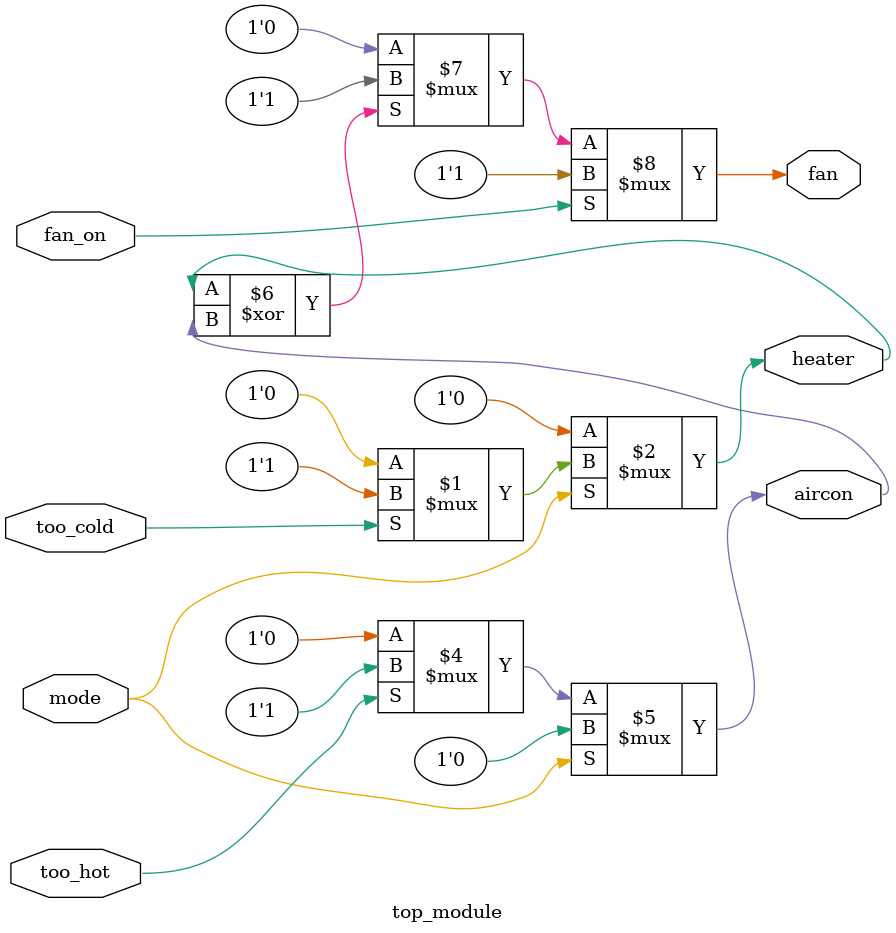
<source format=v>
module top_module (
    input too_cold,
    input too_hot,
    input mode,
    input fan_on,
    output heater,
    output aircon,
    output fan
); 

    assign heater = mode? (too_cold? 1'b1: 1'b0): 1'b0;
    assign aircon = (!mode)? (too_hot? 1'b1: 1'b0): 1'b0;
    assign fan = fan_on? 1'b1: ((heater^aircon)? 1'b1: 1'b0);
    
endmodule
</source>
